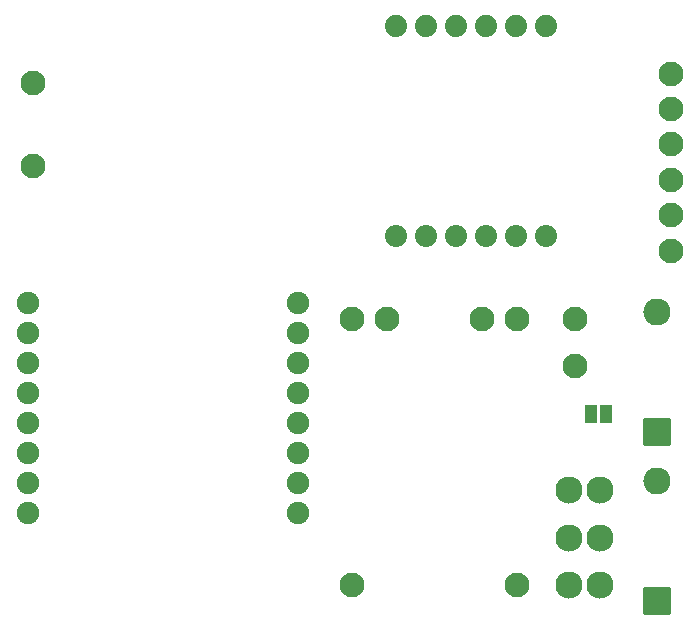
<source format=gts>
G04 #@! TF.GenerationSoftware,KiCad,Pcbnew,(6.0.10)*
G04 #@! TF.CreationDate,2023-01-25T16:02:22-05:00*
G04 #@! TF.ProjectId,SlimeVRMotherBoardV2,536c696d-6556-4524-9d6f-74686572426f,V1.2*
G04 #@! TF.SameCoordinates,Original*
G04 #@! TF.FileFunction,Soldermask,Top*
G04 #@! TF.FilePolarity,Negative*
%FSLAX46Y46*%
G04 Gerber Fmt 4.6, Leading zero omitted, Abs format (unit mm)*
G04 Created by KiCad (PCBNEW (6.0.10)) date 2023-01-25 16:02:22*
%MOMM*%
%LPD*%
G01*
G04 APERTURE LIST*
G04 Aperture macros list*
%AMRoundRect*
0 Rectangle with rounded corners*
0 $1 Rounding radius*
0 $2 $3 $4 $5 $6 $7 $8 $9 X,Y pos of 4 corners*
0 Add a 4 corners polygon primitive as box body*
4,1,4,$2,$3,$4,$5,$6,$7,$8,$9,$2,$3,0*
0 Add four circle primitives for the rounded corners*
1,1,$1+$1,$2,$3*
1,1,$1+$1,$4,$5*
1,1,$1+$1,$6,$7*
1,1,$1+$1,$8,$9*
0 Add four rect primitives between the rounded corners*
20,1,$1+$1,$2,$3,$4,$5,0*
20,1,$1+$1,$4,$5,$6,$7,0*
20,1,$1+$1,$6,$7,$8,$9,0*
20,1,$1+$1,$8,$9,$2,$3,0*%
G04 Aperture macros list end*
%ADD10C,1.900000*%
%ADD11C,2.100000*%
%ADD12RoundRect,0.050000X1.100000X-1.100000X1.100000X1.100000X-1.100000X1.100000X-1.100000X-1.100000X0*%
%ADD13O,2.300000X2.300000*%
%ADD14C,1.878000*%
%ADD15RoundRect,0.050000X-0.500000X-0.750000X0.500000X-0.750000X0.500000X0.750000X-0.500000X0.750000X0*%
%ADD16C,2.300000*%
%ADD17C,1.879600*%
G04 APERTURE END LIST*
D10*
X136570000Y-121110000D03*
X136570000Y-123650000D03*
X136570000Y-126190000D03*
X136570000Y-128730000D03*
X136570000Y-131270000D03*
X136570000Y-133810000D03*
X136570000Y-136350000D03*
X136570000Y-138890000D03*
X159430000Y-138890000D03*
X159430000Y-136350000D03*
X159430000Y-133810000D03*
X159430000Y-131270000D03*
X159430000Y-128730000D03*
X159430000Y-126190000D03*
X159430000Y-123650000D03*
X159430000Y-121110000D03*
D11*
X191040000Y-104720000D03*
X191040000Y-113720000D03*
X191040000Y-107720000D03*
X191040000Y-110720000D03*
X191040000Y-116720000D03*
X191040000Y-101720000D03*
X182880000Y-126460000D03*
X182880000Y-122460000D03*
X137000000Y-102500000D03*
X137000000Y-109500000D03*
D12*
X189837550Y-132080000D03*
D13*
X189837550Y-121920000D03*
D14*
X167709610Y-115436639D03*
X172789610Y-115436639D03*
X175329610Y-115436639D03*
X177869610Y-115436639D03*
X170249610Y-115436639D03*
X180409610Y-115436639D03*
D11*
X164000000Y-122500000D03*
X167000000Y-122500000D03*
X175000000Y-122500000D03*
X178000000Y-122500000D03*
X164000000Y-145000000D03*
X178000000Y-145000000D03*
D15*
X184220000Y-130540000D03*
X185520000Y-130540000D03*
D12*
X189837550Y-146405602D03*
D13*
X189837550Y-136245602D03*
D16*
X182400000Y-141000000D03*
X182400000Y-137000000D03*
X182400000Y-145000000D03*
X185000000Y-137000000D03*
X185000000Y-145000000D03*
X185000000Y-141000000D03*
D17*
X167699610Y-97656639D03*
X170239610Y-97656639D03*
X172779610Y-97656639D03*
X175319610Y-97656639D03*
X177859610Y-97656639D03*
X180399610Y-97656639D03*
M02*

</source>
